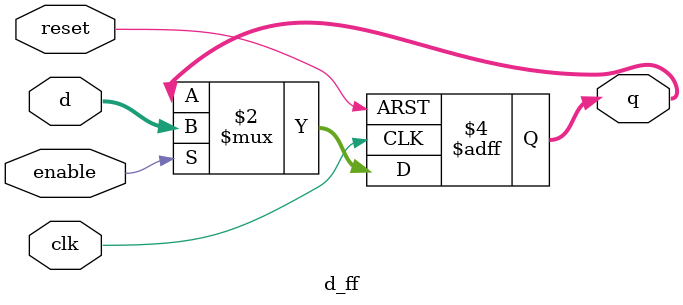
<source format=sv>
module d_ff(output logic [3:0] q,
            input logic clk, reset, enable,
            input logic [3:0] d
            );

    always_ff @ (posedge clk or posedge reset)
    begin
        if (reset)
            q <= #1 4'b0000;
        else begin
        if (enable)
                q <= #1 d;
                end
    end
endmodule

</source>
